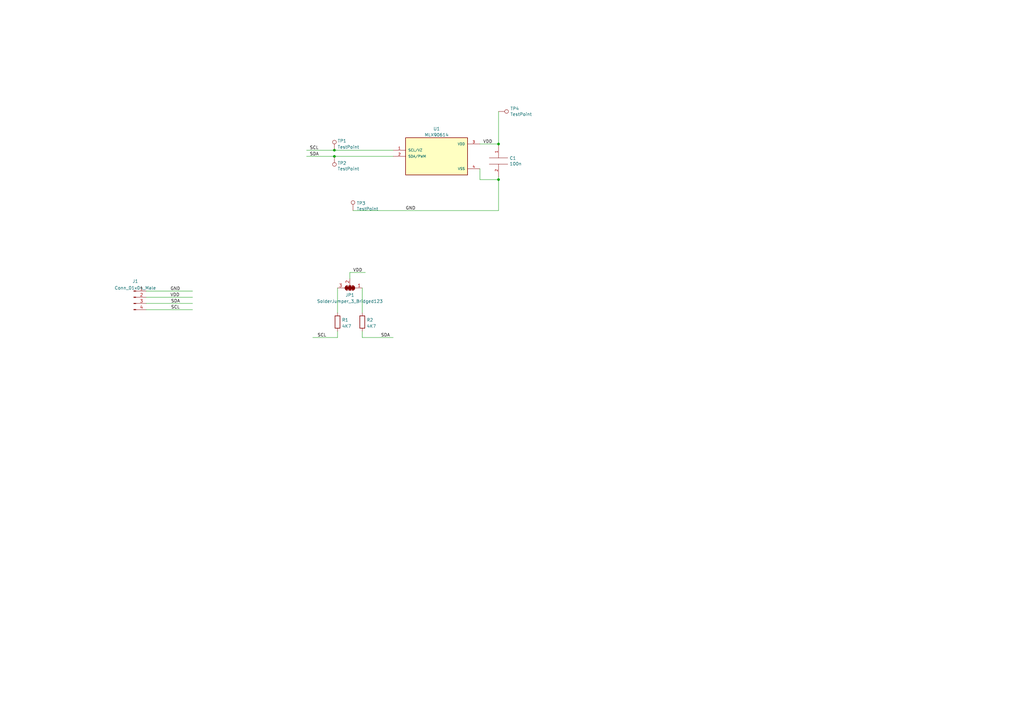
<source format=kicad_sch>
(kicad_sch (version 20211123) (generator eeschema)

  (uuid f144a97d-c3f0-423f-b0a9-3f7dbc42478b)

  (paper "A3")

  (title_block
    (title "mlx90614-breakout")
    (date "2023-01-13")
    (rev "1.2")
    (company "Melexis Inc")
  )

  (lib_symbols
    (symbol "90632_speculum_flex-rescue:C-pspice" (pin_names (offset 0.254)) (in_bom yes) (on_board yes)
      (property "Reference" "C" (id 0) (at 2.54 3.81 90)
        (effects (font (size 1.27 1.27)))
      )
      (property "Value" "C-pspice" (id 1) (at 2.54 -3.81 90)
        (effects (font (size 1.27 1.27)))
      )
      (property "Footprint" "" (id 2) (at 0 0 0)
        (effects (font (size 1.27 1.27)) hide)
      )
      (property "Datasheet" "" (id 3) (at 0 0 0)
        (effects (font (size 1.27 1.27)) hide)
      )
      (symbol "C-pspice_0_1"
        (polyline
          (pts
            (xy -3.81 -1.27)
            (xy 3.81 -1.27)
          )
          (stroke (width 0) (type default) (color 0 0 0 0))
          (fill (type none))
        )
        (polyline
          (pts
            (xy -3.81 1.27)
            (xy 3.81 1.27)
          )
          (stroke (width 0) (type default) (color 0 0 0 0))
          (fill (type none))
        )
      )
      (symbol "C-pspice_1_1"
        (pin passive line (at 0 6.35 270) (length 5.08)
          (name "~" (effects (font (size 1.016 1.016))))
          (number "1" (effects (font (size 1.016 1.016))))
        )
        (pin passive line (at 0 -6.35 90) (length 5.08)
          (name "~" (effects (font (size 1.016 1.016))))
          (number "2" (effects (font (size 1.016 1.016))))
        )
      )
    )
    (symbol "90632_speculum_flex-rescue:TestPoint-Connector" (pin_numbers hide) (pin_names (offset 0.762) hide) (in_bom yes) (on_board yes)
      (property "Reference" "TP" (id 0) (at 0 6.858 0)
        (effects (font (size 1.27 1.27)))
      )
      (property "Value" "TestPoint-Connector" (id 1) (at 0 5.08 0)
        (effects (font (size 1.27 1.27)))
      )
      (property "Footprint" "" (id 2) (at 5.08 0 0)
        (effects (font (size 1.27 1.27)) hide)
      )
      (property "Datasheet" "" (id 3) (at 5.08 0 0)
        (effects (font (size 1.27 1.27)) hide)
      )
      (property "ki_fp_filters" "Pin* Test*" (id 4) (at 0 0 0)
        (effects (font (size 1.27 1.27)) hide)
      )
      (symbol "TestPoint-Connector_0_1"
        (circle (center 0 3.302) (radius 0.762)
          (stroke (width 0) (type default) (color 0 0 0 0))
          (fill (type none))
        )
      )
      (symbol "TestPoint-Connector_1_1"
        (pin passive line (at 0 0 90) (length 2.54)
          (name "1" (effects (font (size 1.27 1.27))))
          (number "1" (effects (font (size 1.27 1.27))))
        )
      )
    )
    (symbol "Connector:Conn_01x04_Male" (pin_names (offset 1.016) hide) (in_bom yes) (on_board yes)
      (property "Reference" "J" (id 0) (at 0 5.08 0)
        (effects (font (size 1.27 1.27)))
      )
      (property "Value" "Conn_01x04_Male" (id 1) (at 0 -7.62 0)
        (effects (font (size 1.27 1.27)))
      )
      (property "Footprint" "" (id 2) (at 0 0 0)
        (effects (font (size 1.27 1.27)) hide)
      )
      (property "Datasheet" "~" (id 3) (at 0 0 0)
        (effects (font (size 1.27 1.27)) hide)
      )
      (property "ki_keywords" "connector" (id 4) (at 0 0 0)
        (effects (font (size 1.27 1.27)) hide)
      )
      (property "ki_description" "Generic connector, single row, 01x04, script generated (kicad-library-utils/schlib/autogen/connector/)" (id 5) (at 0 0 0)
        (effects (font (size 1.27 1.27)) hide)
      )
      (property "ki_fp_filters" "Connector*:*_1x??_*" (id 6) (at 0 0 0)
        (effects (font (size 1.27 1.27)) hide)
      )
      (symbol "Conn_01x04_Male_1_1"
        (polyline
          (pts
            (xy 1.27 -5.08)
            (xy 0.8636 -5.08)
          )
          (stroke (width 0.1524) (type default) (color 0 0 0 0))
          (fill (type none))
        )
        (polyline
          (pts
            (xy 1.27 -2.54)
            (xy 0.8636 -2.54)
          )
          (stroke (width 0.1524) (type default) (color 0 0 0 0))
          (fill (type none))
        )
        (polyline
          (pts
            (xy 1.27 0)
            (xy 0.8636 0)
          )
          (stroke (width 0.1524) (type default) (color 0 0 0 0))
          (fill (type none))
        )
        (polyline
          (pts
            (xy 1.27 2.54)
            (xy 0.8636 2.54)
          )
          (stroke (width 0.1524) (type default) (color 0 0 0 0))
          (fill (type none))
        )
        (rectangle (start 0.8636 -4.953) (end 0 -5.207)
          (stroke (width 0.1524) (type default) (color 0 0 0 0))
          (fill (type outline))
        )
        (rectangle (start 0.8636 -2.413) (end 0 -2.667)
          (stroke (width 0.1524) (type default) (color 0 0 0 0))
          (fill (type outline))
        )
        (rectangle (start 0.8636 0.127) (end 0 -0.127)
          (stroke (width 0.1524) (type default) (color 0 0 0 0))
          (fill (type outline))
        )
        (rectangle (start 0.8636 2.667) (end 0 2.413)
          (stroke (width 0.1524) (type default) (color 0 0 0 0))
          (fill (type outline))
        )
        (pin passive line (at 5.08 2.54 180) (length 3.81)
          (name "Pin_1" (effects (font (size 1.27 1.27))))
          (number "1" (effects (font (size 1.27 1.27))))
        )
        (pin passive line (at 5.08 0 180) (length 3.81)
          (name "Pin_2" (effects (font (size 1.27 1.27))))
          (number "2" (effects (font (size 1.27 1.27))))
        )
        (pin passive line (at 5.08 -2.54 180) (length 3.81)
          (name "Pin_3" (effects (font (size 1.27 1.27))))
          (number "3" (effects (font (size 1.27 1.27))))
        )
        (pin passive line (at 5.08 -5.08 180) (length 3.81)
          (name "Pin_4" (effects (font (size 1.27 1.27))))
          (number "4" (effects (font (size 1.27 1.27))))
        )
      )
    )
    (symbol "Device:R" (pin_numbers hide) (pin_names (offset 0)) (in_bom yes) (on_board yes)
      (property "Reference" "R" (id 0) (at 2.032 0 90)
        (effects (font (size 1.27 1.27)))
      )
      (property "Value" "R" (id 1) (at 0 0 90)
        (effects (font (size 1.27 1.27)))
      )
      (property "Footprint" "" (id 2) (at -1.778 0 90)
        (effects (font (size 1.27 1.27)) hide)
      )
      (property "Datasheet" "~" (id 3) (at 0 0 0)
        (effects (font (size 1.27 1.27)) hide)
      )
      (property "ki_keywords" "R res resistor" (id 4) (at 0 0 0)
        (effects (font (size 1.27 1.27)) hide)
      )
      (property "ki_description" "Resistor" (id 5) (at 0 0 0)
        (effects (font (size 1.27 1.27)) hide)
      )
      (property "ki_fp_filters" "R_*" (id 6) (at 0 0 0)
        (effects (font (size 1.27 1.27)) hide)
      )
      (symbol "R_0_1"
        (rectangle (start -1.016 -2.54) (end 1.016 2.54)
          (stroke (width 0.254) (type default) (color 0 0 0 0))
          (fill (type none))
        )
      )
      (symbol "R_1_1"
        (pin passive line (at 0 3.81 270) (length 1.27)
          (name "~" (effects (font (size 1.27 1.27))))
          (number "1" (effects (font (size 1.27 1.27))))
        )
        (pin passive line (at 0 -3.81 90) (length 1.27)
          (name "~" (effects (font (size 1.27 1.27))))
          (number "2" (effects (font (size 1.27 1.27))))
        )
      )
    )
    (symbol "Jumper:SolderJumper_3_Bridged123" (pin_names (offset 0) hide) (in_bom yes) (on_board yes)
      (property "Reference" "JP" (id 0) (at -2.54 -2.54 0)
        (effects (font (size 1.27 1.27)))
      )
      (property "Value" "SolderJumper_3_Bridged123" (id 1) (at 0 2.794 0)
        (effects (font (size 1.27 1.27)))
      )
      (property "Footprint" "" (id 2) (at 0 0 0)
        (effects (font (size 1.27 1.27)) hide)
      )
      (property "Datasheet" "~" (id 3) (at 0 0 0)
        (effects (font (size 1.27 1.27)) hide)
      )
      (property "ki_keywords" "Solder Jumper SPDT" (id 4) (at 0 0 0)
        (effects (font (size 1.27 1.27)) hide)
      )
      (property "ki_description" "Solder Jumper, 3-pole, pins 1+2+3 closed/bridged" (id 5) (at 0 0 0)
        (effects (font (size 1.27 1.27)) hide)
      )
      (property "ki_fp_filters" "SolderJumper*Bridged123*" (id 6) (at 0 0 0)
        (effects (font (size 1.27 1.27)) hide)
      )
      (symbol "SolderJumper_3_Bridged123_0_1"
        (rectangle (start -1.016 0.508) (end -0.508 -0.508)
          (stroke (width 0) (type default) (color 0 0 0 0))
          (fill (type outline))
        )
        (arc (start -1.016 1.016) (mid -2.032 0) (end -1.016 -1.016)
          (stroke (width 0) (type default) (color 0 0 0 0))
          (fill (type none))
        )
        (arc (start -1.016 1.016) (mid -2.032 0) (end -1.016 -1.016)
          (stroke (width 0) (type default) (color 0 0 0 0))
          (fill (type outline))
        )
        (rectangle (start -0.508 1.016) (end 0.508 -1.016)
          (stroke (width 0) (type default) (color 0 0 0 0))
          (fill (type outline))
        )
        (polyline
          (pts
            (xy -2.54 0)
            (xy -2.032 0)
          )
          (stroke (width 0) (type default) (color 0 0 0 0))
          (fill (type none))
        )
        (polyline
          (pts
            (xy -1.016 1.016)
            (xy -1.016 -1.016)
          )
          (stroke (width 0) (type default) (color 0 0 0 0))
          (fill (type none))
        )
        (polyline
          (pts
            (xy 0 -1.27)
            (xy 0 -1.016)
          )
          (stroke (width 0) (type default) (color 0 0 0 0))
          (fill (type none))
        )
        (polyline
          (pts
            (xy 1.016 1.016)
            (xy 1.016 -1.016)
          )
          (stroke (width 0) (type default) (color 0 0 0 0))
          (fill (type none))
        )
        (polyline
          (pts
            (xy 2.54 0)
            (xy 2.032 0)
          )
          (stroke (width 0) (type default) (color 0 0 0 0))
          (fill (type none))
        )
        (rectangle (start 0.508 0.508) (end 1.016 -0.508)
          (stroke (width 0) (type default) (color 0 0 0 0))
          (fill (type outline))
        )
        (arc (start 1.016 -1.016) (mid 2.032 0) (end 1.016 1.016)
          (stroke (width 0) (type default) (color 0 0 0 0))
          (fill (type none))
        )
        (arc (start 1.016 -1.016) (mid 2.032 0) (end 1.016 1.016)
          (stroke (width 0) (type default) (color 0 0 0 0))
          (fill (type outline))
        )
      )
      (symbol "SolderJumper_3_Bridged123_1_1"
        (pin passive line (at -5.08 0 0) (length 2.54)
          (name "A" (effects (font (size 1.27 1.27))))
          (number "1" (effects (font (size 1.27 1.27))))
        )
        (pin passive line (at 0 -3.81 90) (length 2.54)
          (name "C" (effects (font (size 1.27 1.27))))
          (number "2" (effects (font (size 1.27 1.27))))
        )
        (pin passive line (at 5.08 0 180) (length 2.54)
          (name "B" (effects (font (size 1.27 1.27))))
          (number "3" (effects (font (size 1.27 1.27))))
        )
      )
    )
    (symbol "melexis-temperature:MLX90614" (pin_names (offset 1.016)) (in_bom yes) (on_board yes)
      (property "Reference" "U?" (id 0) (at -12.7 8.89 0)
        (effects (font (size 1.27 1.27)) (justify left bottom))
      )
      (property "Value" "MLX90614" (id 1) (at -11.43 -6.35 0)
        (effects (font (size 1.27 1.27)) (justify left bottom))
      )
      (property "Footprint" "melexis-temperature:mlx90614" (id 2) (at -11.43 -12.7 0)
        (effects (font (size 1.27 1.27)) (justify left bottom) hide)
      )
      (property "Datasheet" "https://melexis.com/mlx90614" (id 3) (at -15.24 -10.16 0)
        (effects (font (size 1.27 1.27)) (justify left bottom) hide)
      )
      (property "MANUFACTURER" "Melexis" (id 4) (at -11.43 5.08 0)
        (effects (font (size 1.27 1.27)) (justify left bottom) hide)
      )
      (symbol "MLX90614_0_0"
        (rectangle (start -12.7 -7.62) (end 12.7 7.62)
          (stroke (width 0.254) (type default) (color 0 0 0 0))
          (fill (type background))
        )
        (pin input line (at -17.78 2.54 0) (length 5.08)
          (name "SCL/VZ" (effects (font (size 1.016 1.016))))
          (number "1" (effects (font (size 1.016 1.016))))
        )
        (pin bidirectional line (at -17.78 0 0) (length 5.08)
          (name "SDA/PWM" (effects (font (size 1.016 1.016))))
          (number "2" (effects (font (size 1.016 1.016))))
        )
        (pin power_in line (at 17.78 5.08 180) (length 5.08)
          (name "VDD" (effects (font (size 1.016 1.016))))
          (number "3" (effects (font (size 1.016 1.016))))
        )
        (pin power_in line (at 17.78 -5.08 180) (length 5.08)
          (name "VSS" (effects (font (size 1.016 1.016))))
          (number "4" (effects (font (size 1.016 1.016))))
        )
      )
    )
  )

  (junction (at 137.16 61.595) (diameter 0) (color 0 0 0 0)
    (uuid 0f41a909-27c4-4be2-9d5e-9ae2108c8ff5)
  )
  (junction (at 137.16 64.135) (diameter 0) (color 0 0 0 0)
    (uuid 29d472a1-c0d6-42c9-b2e5-a264b93a7ff1)
  )
  (junction (at 204.47 73.66) (diameter 0) (color 0 0 0 0)
    (uuid 9702d639-3b1f-4825-8985-b32b9008503d)
  )
  (junction (at 204.47 59.055) (diameter 0) (color 0 0 0 0)
    (uuid c61fd9d4-5f38-4cd2-8ccc-af4e69777961)
  )

  (wire (pts (xy 59.944 124.46) (xy 78.994 124.46))
    (stroke (width 0) (type default) (color 0 0 0 0))
    (uuid 10c05ac4-7806-406a-b56c-a9cd10cdf5a0)
  )
  (wire (pts (xy 196.85 59.055) (xy 204.47 59.055))
    (stroke (width 0) (type default) (color 0 0 0 0))
    (uuid 128e34ce-eee7-477d-b905-a493e98db783)
  )
  (wire (pts (xy 138.43 135.89) (xy 138.43 138.43))
    (stroke (width 0) (type default) (color 0 0 0 0))
    (uuid 12ad827c-becf-4b6b-8b98-b0b1ef806a25)
  )
  (wire (pts (xy 137.16 61.595) (xy 125.73 61.595))
    (stroke (width 0) (type default) (color 0 0 0 0))
    (uuid 1b54105e-6590-4d26-a763-ecfcf81eedc4)
  )
  (wire (pts (xy 59.944 127) (xy 78.994 127))
    (stroke (width 0) (type default) (color 0 0 0 0))
    (uuid 1c286467-bb2c-4ce3-8bc2-ed6165c8edb6)
  )
  (wire (pts (xy 137.16 64.135) (xy 161.29 64.135))
    (stroke (width 0) (type default) (color 0 0 0 0))
    (uuid 2f3deced-880d-4075-a81b-95c62da5b94d)
  )
  (wire (pts (xy 148.59 135.89) (xy 148.59 138.43))
    (stroke (width 0) (type default) (color 0 0 0 0))
    (uuid 330fe442-285a-4ed5-9653-6989bb134293)
  )
  (wire (pts (xy 148.59 138.43) (xy 161.29 138.43))
    (stroke (width 0) (type default) (color 0 0 0 0))
    (uuid 3619e1f2-e1fa-4760-bcb4-cd8806ead911)
  )
  (wire (pts (xy 204.47 59.055) (xy 204.47 59.69))
    (stroke (width 0) (type default) (color 0 0 0 0))
    (uuid 45388dd0-f808-4e8f-a83e-1eb26af992bf)
  )
  (wire (pts (xy 204.47 73.66) (xy 204.47 86.36))
    (stroke (width 0) (type default) (color 0 0 0 0))
    (uuid 4d609e7c-74c9-4ae9-a26d-946ff00c167d)
  )
  (wire (pts (xy 196.85 73.66) (xy 204.47 73.66))
    (stroke (width 0) (type default) (color 0 0 0 0))
    (uuid 507c44af-5dba-468c-900a-0fefe6e3a2a5)
  )
  (wire (pts (xy 137.16 64.135) (xy 125.73 64.135))
    (stroke (width 0) (type default) (color 0 0 0 0))
    (uuid 632acde9-b7fd-4f04-8cb4-d2cbb06b3595)
  )
  (wire (pts (xy 59.944 119.38) (xy 78.994 119.38))
    (stroke (width 0) (type default) (color 0 0 0 0))
    (uuid 754ad783-2c9b-41e4-a253-2053dbb561e3)
  )
  (wire (pts (xy 148.59 118.11) (xy 148.59 128.27))
    (stroke (width 0) (type default) (color 0 0 0 0))
    (uuid 7bb36e0e-e972-46a8-9392-8cfe667962d6)
  )
  (wire (pts (xy 138.43 118.11) (xy 138.43 128.27))
    (stroke (width 0) (type default) (color 0 0 0 0))
    (uuid 7ceeaba1-2971-406f-9454-fe7b208d341c)
  )
  (wire (pts (xy 128.27 138.43) (xy 138.43 138.43))
    (stroke (width 0) (type default) (color 0 0 0 0))
    (uuid 8eeb0399-719a-4d86-b164-afea101ab3dc)
  )
  (wire (pts (xy 204.47 72.39) (xy 204.47 73.66))
    (stroke (width 0) (type default) (color 0 0 0 0))
    (uuid 9bdb223e-5875-423d-8b36-f110bd8a539b)
  )
  (wire (pts (xy 204.47 45.72) (xy 204.47 59.055))
    (stroke (width 0) (type default) (color 0 0 0 0))
    (uuid a06e8e78-f567-42e6-b645-013b1073ca31)
  )
  (wire (pts (xy 137.16 61.595) (xy 161.29 61.595))
    (stroke (width 0) (type default) (color 0 0 0 0))
    (uuid a501555e-bbc7-4b58-ad89-28a0cd3dd6d0)
  )
  (wire (pts (xy 196.85 69.215) (xy 196.85 73.66))
    (stroke (width 0) (type default) (color 0 0 0 0))
    (uuid b3cb7ede-e23d-406f-a0a7-1b9a9670fb45)
  )
  (wire (pts (xy 143.51 114.3) (xy 143.51 111.76))
    (stroke (width 0) (type default) (color 0 0 0 0))
    (uuid c261d935-8330-44fa-ad73-8074feebb68c)
  )
  (wire (pts (xy 144.78 86.36) (xy 204.47 86.36))
    (stroke (width 0) (type default) (color 0 0 0 0))
    (uuid dabe541b-b164-4180-97a4-5ca761b86800)
  )
  (wire (pts (xy 143.51 111.76) (xy 149.86 111.76))
    (stroke (width 0) (type default) (color 0 0 0 0))
    (uuid e48a0f55-e342-41b4-8aff-6ad4354b9e2d)
  )
  (wire (pts (xy 59.944 121.92) (xy 78.994 121.92))
    (stroke (width 0) (type default) (color 0 0 0 0))
    (uuid f4e914be-c810-41d7-a94e-a4db1db21bb0)
  )

  (label "GND" (at 69.85 119.38 0)
    (effects (font (size 1.27 1.27)) (justify left bottom))
    (uuid 0ebee32d-3662-4f4d-a704-8bbfb1bcc675)
  )
  (label "SDA" (at 70.104 124.46 0)
    (effects (font (size 1.27 1.27)) (justify left bottom))
    (uuid 18f35ab7-05b1-4916-bca1-7e693b111a06)
  )
  (label "SDA" (at 127 64.135 0)
    (effects (font (size 1.27 1.27)) (justify left bottom))
    (uuid 4412226e-d975-40a2-921f-502ff4129a95)
  )
  (label "SCL" (at 130.175 138.43 0)
    (effects (font (size 1.27 1.27)) (justify left bottom))
    (uuid 47f71879-f002-45f0-ae96-91950292087f)
  )
  (label "SCL" (at 127 61.595 0)
    (effects (font (size 1.27 1.27)) (justify left bottom))
    (uuid 4e66a44f-7fa6-4e16-bf9b-62ec864301a5)
  )
  (label "SCL" (at 70.104 127 0)
    (effects (font (size 1.27 1.27)) (justify left bottom))
    (uuid 4fd1e628-09a1-4bc9-9f6a-e70c0e86b0dc)
  )
  (label "VDD" (at 198.12 59.055 0)
    (effects (font (size 1.27 1.27)) (justify left bottom))
    (uuid 68e09be7-3bbc-4443-a838-209ce20b2bef)
  )
  (label "GND" (at 166.37 86.36 0)
    (effects (font (size 1.27 1.27)) (justify left bottom))
    (uuid 6b25f522-8e2d-4cd8-9d5d-a2b80f60133b)
  )
  (label "VDD" (at 144.78 111.76 0)
    (effects (font (size 1.27 1.27)) (justify left bottom))
    (uuid 8cdde030-6daa-459c-86aa-4d602feab9d1)
  )
  (label "VDD" (at 69.85 121.92 0)
    (effects (font (size 1.27 1.27)) (justify left bottom))
    (uuid a02eb634-3dd2-4ba0-92b2-fced6e18deee)
  )
  (label "SDA" (at 156.21 138.43 0)
    (effects (font (size 1.27 1.27)) (justify left bottom))
    (uuid d88604de-d8ee-4ef8-a550-a322a7391fd4)
  )

  (symbol (lib_id "90632_speculum_flex-rescue:C-pspice") (at 204.47 66.04 0) (unit 1)
    (in_bom yes) (on_board yes)
    (uuid 00000000-0000-0000-0000-00005ee38154)
    (property "Reference" "C1" (id 0) (at 208.9912 64.8716 0)
      (effects (font (size 1.27 1.27)) (justify left))
    )
    (property "Value" "100n" (id 1) (at 208.9912 67.183 0)
      (effects (font (size 1.27 1.27)) (justify left))
    )
    (property "Footprint" "Capacitor_SMD:C_0805_2012Metric" (id 2) (at 204.47 66.04 0)
      (effects (font (size 1.27 1.27)) hide)
    )
    (property "Datasheet" "~" (id 3) (at 204.47 66.04 0)
      (effects (font (size 1.27 1.27)) hide)
    )
    (pin "1" (uuid ef8fe2ac-6a7f-4682-9418-b801a1b10a3b))
    (pin "2" (uuid 44d8279a-9cd1-4db6-856f-0363131605fc))
  )

  (symbol (lib_id "90632_speculum_flex-rescue:TestPoint-Connector") (at 137.16 64.135 180) (unit 1)
    (in_bom yes) (on_board yes)
    (uuid 00000000-0000-0000-0000-00005ee38160)
    (property "Reference" "TP2" (id 0) (at 138.43 66.9036 0)
      (effects (font (size 1.27 1.27)) (justify right))
    )
    (property "Value" "TestPoint" (id 1) (at 138.43 69.215 0)
      (effects (font (size 1.27 1.27)) (justify right))
    )
    (property "Footprint" "TestPoint:TestPoint_Pad_1.0x1.0mm" (id 2) (at 132.08 64.135 0)
      (effects (font (size 1.27 1.27)) hide)
    )
    (property "Datasheet" "~" (id 3) (at 132.08 64.135 0)
      (effects (font (size 1.27 1.27)) hide)
    )
    (pin "1" (uuid 87371631-aa02-498a-998a-09bdb74784c1))
  )

  (symbol (lib_id "90632_speculum_flex-rescue:TestPoint-Connector") (at 137.16 61.595 0) (unit 1)
    (in_bom yes) (on_board yes)
    (uuid 00000000-0000-0000-0000-00005ee38167)
    (property "Reference" "TP1" (id 0) (at 138.43 57.785 0)
      (effects (font (size 1.27 1.27)) (justify left))
    )
    (property "Value" "TestPoint" (id 1) (at 138.43 60.325 0)
      (effects (font (size 1.27 1.27)) (justify left))
    )
    (property "Footprint" "TestPoint:TestPoint_Pad_1.0x1.0mm" (id 2) (at 142.24 61.595 0)
      (effects (font (size 1.27 1.27)) hide)
    )
    (property "Datasheet" "~" (id 3) (at 142.24 61.595 0)
      (effects (font (size 1.27 1.27)) hide)
    )
    (pin "1" (uuid a3e4f0ae-9f86-49e9-b386-ed8b42e012fb))
  )

  (symbol (lib_id "90632_speculum_flex-rescue:TestPoint-Connector") (at 144.78 86.36 0) (unit 1)
    (in_bom yes) (on_board yes)
    (uuid 00000000-0000-0000-0000-00005ee3816e)
    (property "Reference" "TP3" (id 0) (at 146.2532 83.3628 0)
      (effects (font (size 1.27 1.27)) (justify left))
    )
    (property "Value" "TestPoint" (id 1) (at 146.2532 85.6742 0)
      (effects (font (size 1.27 1.27)) (justify left))
    )
    (property "Footprint" "TestPoint:TestPoint_Pad_1.0x1.0mm" (id 2) (at 149.86 86.36 0)
      (effects (font (size 1.27 1.27)) hide)
    )
    (property "Datasheet" "~" (id 3) (at 149.86 86.36 0)
      (effects (font (size 1.27 1.27)) hide)
    )
    (pin "1" (uuid 6c9b793c-e74d-4754-a2c0-901e73b26f1c))
  )

  (symbol (lib_id "90632_speculum_flex-rescue:TestPoint-Connector") (at 204.47 45.72 270) (unit 1)
    (in_bom yes) (on_board yes)
    (uuid 00000000-0000-0000-0000-00005ee381bd)
    (property "Reference" "TP4" (id 0) (at 209.2452 44.5516 90)
      (effects (font (size 1.27 1.27)) (justify left))
    )
    (property "Value" "TestPoint" (id 1) (at 209.2452 46.863 90)
      (effects (font (size 1.27 1.27)) (justify left))
    )
    (property "Footprint" "TestPoint:TestPoint_Pad_1.0x1.0mm" (id 2) (at 204.47 50.8 0)
      (effects (font (size 1.27 1.27)) hide)
    )
    (property "Datasheet" "~" (id 3) (at 204.47 50.8 0)
      (effects (font (size 1.27 1.27)) hide)
    )
    (pin "1" (uuid 48ab88d7-7084-4d02-b109-3ad55a30bb11))
  )

  (symbol (lib_id "Connector:Conn_01x04_Male") (at 54.864 121.92 0) (unit 1)
    (in_bom yes) (on_board yes) (fields_autoplaced)
    (uuid 020fb5f8-7154-449f-9427-c21c224740aa)
    (property "Reference" "J1" (id 0) (at 55.499 115.3373 0))
    (property "Value" "Conn_01x04_Male" (id 1) (at 55.499 118.1124 0))
    (property "Footprint" "melexis-temperature:QWIIC_STEMMA_QT" (id 2) (at 54.864 121.92 0)
      (effects (font (size 1.27 1.27)) hide)
    )
    (property "Datasheet" "~" (id 3) (at 54.864 121.92 0)
      (effects (font (size 1.27 1.27)) hide)
    )
    (pin "1" (uuid dfba55d2-f8dc-436a-b94f-b36d464fd23a))
    (pin "2" (uuid c631e5fc-7d8b-4e95-a9d7-2a35f6494f59))
    (pin "3" (uuid 0fab4f44-50b7-47e8-8e41-d5c3aef59701))
    (pin "4" (uuid 996f47d1-fc15-47e8-9c90-0ae6699ccbc6))
  )

  (symbol (lib_id "melexis-temperature:MLX90614") (at 179.07 64.135 0) (unit 1)
    (in_bom yes) (on_board yes) (fields_autoplaced)
    (uuid 147a3896-9e08-472d-bcfb-824754c07708)
    (property "Reference" "U1" (id 0) (at 179.07 52.8152 0))
    (property "Value" "MLX90614" (id 1) (at 179.07 55.3521 0))
    (property "Footprint" "melexis-temperature:mlx90614" (id 2) (at 167.64 76.835 0)
      (effects (font (size 1.27 1.27)) (justify left bottom) hide)
    )
    (property "Datasheet" "https://melexis.com/mlx90614" (id 3) (at 163.83 74.295 0)
      (effects (font (size 1.27 1.27)) (justify left bottom) hide)
    )
    (property "MANUFACTURER" "Melexis" (id 4) (at 167.64 59.055 0)
      (effects (font (size 1.27 1.27)) (justify left bottom) hide)
    )
    (pin "1" (uuid fab9bc4e-7b9a-4228-94aa-f2f42ed3ec44))
    (pin "2" (uuid de8c3946-2a9d-45c9-9736-31a018540ac4))
    (pin "3" (uuid d456b252-cc27-486d-8082-95e4d627d3ad))
    (pin "4" (uuid 5545f516-2f1c-46b7-83e7-91671e7da87a))
  )

  (symbol (lib_id "Jumper:SolderJumper_3_Bridged123") (at 143.51 118.11 180) (unit 1)
    (in_bom yes) (on_board yes) (fields_autoplaced)
    (uuid 5f3281aa-90f2-4ad4-8657-a16f4e0e58ed)
    (property "Reference" "JP1" (id 0) (at 143.51 121.0294 0))
    (property "Value" "SolderJumper_3_Bridged123" (id 1) (at 143.51 123.5663 0))
    (property "Footprint" "Jumper:SolderJumper-3_P1.3mm_Bridged12_RoundedPad1.0x1.5mm_NumberLabels" (id 2) (at 143.51 118.11 0)
      (effects (font (size 1.27 1.27)) hide)
    )
    (property "Datasheet" "~" (id 3) (at 143.51 118.11 0)
      (effects (font (size 1.27 1.27)) hide)
    )
    (pin "1" (uuid aaee9eb4-0396-419f-9c95-03fcaac30d30))
    (pin "2" (uuid 25253ff2-1f57-4a1d-bee3-16ad2c2d70b4))
    (pin "3" (uuid e811acd5-3126-46d4-934b-cf9b1f25f9b6))
  )

  (symbol (lib_id "Device:R") (at 148.59 132.08 0) (unit 1)
    (in_bom yes) (on_board yes) (fields_autoplaced)
    (uuid 703424ab-e58f-43a8-a715-062d84faadc9)
    (property "Reference" "R2" (id 0) (at 150.368 131.2453 0)
      (effects (font (size 1.27 1.27)) (justify left))
    )
    (property "Value" "4K7" (id 1) (at 150.368 133.7822 0)
      (effects (font (size 1.27 1.27)) (justify left))
    )
    (property "Footprint" "Resistor_SMD:R_0805_2012Metric" (id 2) (at 146.812 132.08 90)
      (effects (font (size 1.27 1.27)) hide)
    )
    (property "Datasheet" "~" (id 3) (at 148.59 132.08 0)
      (effects (font (size 1.27 1.27)) hide)
    )
    (pin "1" (uuid 90217d49-7e0a-4b35-831f-df834ae4bad9))
    (pin "2" (uuid 83ad0258-0f8f-4bfb-aa4b-93c3440f9926))
  )

  (symbol (lib_id "Device:R") (at 138.43 132.08 0) (unit 1)
    (in_bom yes) (on_board yes) (fields_autoplaced)
    (uuid ecbf60c2-96f9-428f-bb38-b232f6ce50cc)
    (property "Reference" "R1" (id 0) (at 140.208 131.2453 0)
      (effects (font (size 1.27 1.27)) (justify left))
    )
    (property "Value" "4K7" (id 1) (at 140.208 133.7822 0)
      (effects (font (size 1.27 1.27)) (justify left))
    )
    (property "Footprint" "Resistor_SMD:R_0805_2012Metric" (id 2) (at 136.652 132.08 90)
      (effects (font (size 1.27 1.27)) hide)
    )
    (property "Datasheet" "~" (id 3) (at 138.43 132.08 0)
      (effects (font (size 1.27 1.27)) hide)
    )
    (pin "1" (uuid 06c71af2-2c00-430b-8cf4-3064dd7c30a3))
    (pin "2" (uuid 7a30ec62-b470-422e-8083-6ed290e2815a))
  )

  (sheet_instances
    (path "/" (page "1"))
  )

  (symbol_instances
    (path "/00000000-0000-0000-0000-00005ee38154"
      (reference "C1") (unit 1) (value "100n") (footprint "Capacitor_SMD:C_0805_2012Metric")
    )
    (path "/020fb5f8-7154-449f-9427-c21c224740aa"
      (reference "J1") (unit 1) (value "Conn_01x04_Male") (footprint "melexis-temperature:QWIIC_STEMMA_QT")
    )
    (path "/5f3281aa-90f2-4ad4-8657-a16f4e0e58ed"
      (reference "JP1") (unit 1) (value "SolderJumper_3_Bridged123") (footprint "Jumper:SolderJumper-3_P1.3mm_Bridged12_RoundedPad1.0x1.5mm_NumberLabels")
    )
    (path "/ecbf60c2-96f9-428f-bb38-b232f6ce50cc"
      (reference "R1") (unit 1) (value "4K7") (footprint "Resistor_SMD:R_0805_2012Metric")
    )
    (path "/703424ab-e58f-43a8-a715-062d84faadc9"
      (reference "R2") (unit 1) (value "4K7") (footprint "Resistor_SMD:R_0805_2012Metric")
    )
    (path "/00000000-0000-0000-0000-00005ee38167"
      (reference "TP1") (unit 1) (value "TestPoint") (footprint "TestPoint:TestPoint_Pad_1.0x1.0mm")
    )
    (path "/00000000-0000-0000-0000-00005ee38160"
      (reference "TP2") (unit 1) (value "TestPoint") (footprint "TestPoint:TestPoint_Pad_1.0x1.0mm")
    )
    (path "/00000000-0000-0000-0000-00005ee3816e"
      (reference "TP3") (unit 1) (value "TestPoint") (footprint "TestPoint:TestPoint_Pad_1.0x1.0mm")
    )
    (path "/00000000-0000-0000-0000-00005ee381bd"
      (reference "TP4") (unit 1) (value "TestPoint") (footprint "TestPoint:TestPoint_Pad_1.0x1.0mm")
    )
    (path "/147a3896-9e08-472d-bcfb-824754c07708"
      (reference "U1") (unit 1) (value "MLX90614") (footprint "melexis-temperature:mlx90614")
    )
  )
)

</source>
